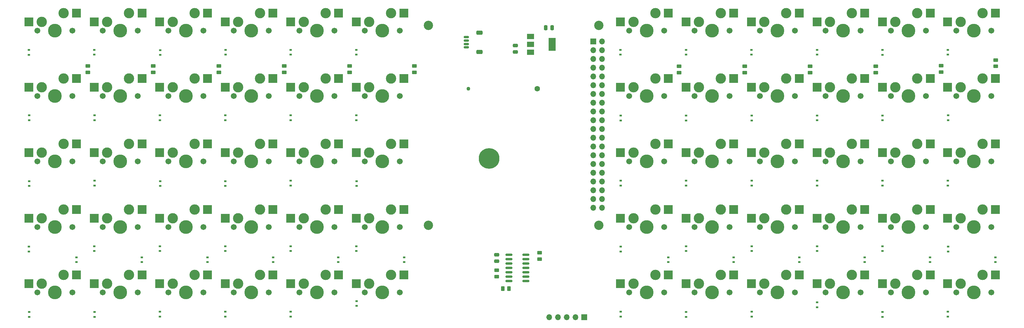
<source format=gbr>
%TF.GenerationSoftware,KiCad,Pcbnew,(6.0.10)*%
%TF.CreationDate,2023-07-28T11:59:27-04:00*%
%TF.ProjectId,storyboard,73746f72-7962-46f6-9172-642e6b696361,rev?*%
%TF.SameCoordinates,Original*%
%TF.FileFunction,Soldermask,Bot*%
%TF.FilePolarity,Negative*%
%FSLAX46Y46*%
G04 Gerber Fmt 4.6, Leading zero omitted, Abs format (unit mm)*
G04 Created by KiCad (PCBNEW (6.0.10)) date 2023-07-28 11:59:27*
%MOMM*%
%LPD*%
G01*
G04 APERTURE LIST*
G04 Aperture macros list*
%AMRoundRect*
0 Rectangle with rounded corners*
0 $1 Rounding radius*
0 $2 $3 $4 $5 $6 $7 $8 $9 X,Y pos of 4 corners*
0 Add a 4 corners polygon primitive as box body*
4,1,4,$2,$3,$4,$5,$6,$7,$8,$9,$2,$3,0*
0 Add four circle primitives for the rounded corners*
1,1,$1+$1,$2,$3*
1,1,$1+$1,$4,$5*
1,1,$1+$1,$6,$7*
1,1,$1+$1,$8,$9*
0 Add four rect primitives between the rounded corners*
20,1,$1+$1,$2,$3,$4,$5,0*
20,1,$1+$1,$4,$5,$6,$7,0*
20,1,$1+$1,$6,$7,$8,$9,0*
20,1,$1+$1,$8,$9,$2,$3,0*%
G04 Aperture macros list end*
%ADD10RoundRect,0.250000X-0.450000X0.262500X-0.450000X-0.262500X0.450000X-0.262500X0.450000X0.262500X0*%
%ADD11R,0.700000X0.600000*%
%ADD12RoundRect,0.250000X0.475000X-0.250000X0.475000X0.250000X-0.475000X0.250000X-0.475000X-0.250000X0*%
%ADD13RoundRect,0.250000X-0.250000X-0.475000X0.250000X-0.475000X0.250000X0.475000X-0.250000X0.475000X0*%
%ADD14RoundRect,0.250000X0.262500X0.450000X-0.262500X0.450000X-0.262500X-0.450000X0.262500X-0.450000X0*%
%ADD15RoundRect,0.150000X0.825000X0.150000X-0.825000X0.150000X-0.825000X-0.150000X0.825000X-0.150000X0*%
%ADD16RoundRect,0.150000X-0.625000X0.150000X-0.625000X-0.150000X0.625000X-0.150000X0.625000X0.150000X0*%
%ADD17RoundRect,0.250000X-0.650000X0.350000X-0.650000X-0.350000X0.650000X-0.350000X0.650000X0.350000X0*%
%ADD18R,2.000000X1.500000*%
%ADD19R,2.000000X3.800000*%
%ADD20C,1.701800*%
%ADD21C,3.000000*%
%ADD22C,3.987800*%
%ADD23R,2.550000X2.500000*%
%ADD24C,2.700000*%
%ADD25R,1.700000X1.700000*%
%ADD26O,1.700000X1.700000*%
%ADD27C,1.597660*%
%ADD28C,6.000000*%
%ADD29C,1.099820*%
G04 APERTURE END LIST*
D10*
%TO.C,R2*%
X80200000Y-62087500D03*
X80200000Y-63912500D03*
%TD*%
D11*
%TO.C,D19*%
X134000000Y-119000000D03*
X134000000Y-117600000D03*
%TD*%
D10*
%TO.C,R4*%
X118200000Y-62087500D03*
X118200000Y-63912500D03*
%TD*%
%TO.C,R3*%
X99200000Y-62087500D03*
X99200000Y-63912500D03*
%TD*%
D11*
%TO.C,D48*%
X253800000Y-134900000D03*
X253800000Y-133500000D03*
%TD*%
%TO.C,D14*%
X101200000Y-58900000D03*
X101200000Y-57500000D03*
%TD*%
%TO.C,D53*%
X272800000Y-115800000D03*
X272800000Y-114400000D03*
%TD*%
%TO.C,D43*%
X267600000Y-119000000D03*
X267600000Y-117600000D03*
%TD*%
%TO.C,D37*%
X248600000Y-119000000D03*
X248600000Y-117600000D03*
%TD*%
%TO.C,D64*%
X310800000Y-96800000D03*
X310800000Y-95400000D03*
%TD*%
%TO.C,D52*%
X272800000Y-96800000D03*
X272800000Y-95400000D03*
%TD*%
%TO.C,D71*%
X329800000Y-115900000D03*
X329800000Y-114500000D03*
%TD*%
%TO.C,D55*%
X305600000Y-119000000D03*
X305600000Y-117600000D03*
%TD*%
%TO.C,D27*%
X139100000Y-77800000D03*
X139100000Y-76400000D03*
%TD*%
D10*
%TO.C,R9*%
X270800000Y-62187500D03*
X270800000Y-64012500D03*
%TD*%
D11*
%TO.C,D51*%
X272800000Y-77900000D03*
X272800000Y-76500000D03*
%TD*%
%TO.C,D26*%
X139100000Y-58800000D03*
X139100000Y-57400000D03*
%TD*%
D10*
%TO.C,R10*%
X289800000Y-62187500D03*
X289800000Y-64012500D03*
%TD*%
%TO.C,R7*%
X175000000Y-62087500D03*
X175000000Y-63912500D03*
%TD*%
%TO.C,R5*%
X137200000Y-62087500D03*
X137200000Y-63912500D03*
%TD*%
D11*
%TO.C,D5*%
X63100000Y-115900000D03*
X63100000Y-114500000D03*
%TD*%
%TO.C,D60*%
X291800000Y-132100000D03*
X291800000Y-130700000D03*
%TD*%
%TO.C,D1*%
X76900000Y-119000000D03*
X76900000Y-117600000D03*
%TD*%
D12*
%TO.C,C1*%
X198875000Y-118740000D03*
X198875000Y-116840000D03*
%TD*%
D11*
%TO.C,D25*%
X152900000Y-119000000D03*
X152900000Y-117600000D03*
%TD*%
%TO.C,D30*%
X139100000Y-134800000D03*
X139100000Y-133400000D03*
%TD*%
D10*
%TO.C,R17*%
X211300000Y-116277500D03*
X211300000Y-118102500D03*
%TD*%
D11*
%TO.C,D2*%
X63100000Y-58850000D03*
X63100000Y-57450000D03*
%TD*%
%TO.C,D23*%
X120100000Y-134800000D03*
X120100000Y-133400000D03*
%TD*%
D13*
%TO.C,C5*%
X213050000Y-51000000D03*
X214950000Y-51000000D03*
%TD*%
D10*
%TO.C,R13*%
X343600000Y-60387500D03*
X343600000Y-62212500D03*
%TD*%
%TO.C,R8*%
X251800000Y-62187500D03*
X251800000Y-64012500D03*
%TD*%
D11*
%TO.C,D16*%
X101200000Y-96900000D03*
X101200000Y-95500000D03*
%TD*%
%TO.C,D18*%
X101100000Y-134800000D03*
X101100000Y-133400000D03*
%TD*%
%TO.C,D3*%
X63200000Y-77800000D03*
X63200000Y-76400000D03*
%TD*%
D14*
%TO.C,R19*%
X202412500Y-126690000D03*
X200587500Y-126690000D03*
%TD*%
D12*
%TO.C,C4*%
X204300000Y-58050000D03*
X204300000Y-56150000D03*
%TD*%
D11*
%TO.C,D67*%
X343500000Y-119000000D03*
X343500000Y-117600000D03*
%TD*%
%TO.C,D31*%
X172000000Y-119000000D03*
X172000000Y-117600000D03*
%TD*%
%TO.C,D10*%
X82200000Y-96800000D03*
X82200000Y-95400000D03*
%TD*%
%TO.C,D6*%
X63200000Y-134900000D03*
X63200000Y-133500000D03*
%TD*%
D10*
%TO.C,R1*%
X198800000Y-121377500D03*
X198800000Y-123202500D03*
%TD*%
D11*
%TO.C,D65*%
X310800000Y-115800000D03*
X310800000Y-114400000D03*
%TD*%
%TO.C,D70*%
X329700000Y-96800000D03*
X329700000Y-95400000D03*
%TD*%
%TO.C,D69*%
X329800000Y-77800000D03*
X329800000Y-76400000D03*
%TD*%
%TO.C,D44*%
X253800000Y-58800000D03*
X253800000Y-57400000D03*
%TD*%
%TO.C,D41*%
X234800000Y-115900000D03*
X234800000Y-114500000D03*
%TD*%
%TO.C,D72*%
X329700000Y-134800000D03*
X329700000Y-133400000D03*
%TD*%
%TO.C,D68*%
X329700000Y-58800000D03*
X329700000Y-57400000D03*
%TD*%
%TO.C,D13*%
X114900000Y-119000000D03*
X114900000Y-117600000D03*
%TD*%
%TO.C,D66*%
X310800000Y-134900000D03*
X310800000Y-133500000D03*
%TD*%
%TO.C,D22*%
X120100000Y-115800000D03*
X120100000Y-114400000D03*
%TD*%
%TO.C,D58*%
X291800000Y-96800000D03*
X291800000Y-95400000D03*
%TD*%
%TO.C,D50*%
X272750000Y-58800000D03*
X272750000Y-57400000D03*
%TD*%
%TO.C,D61*%
X324600000Y-119000000D03*
X324600000Y-117600000D03*
%TD*%
%TO.C,D54*%
X272800000Y-134800000D03*
X272800000Y-133400000D03*
%TD*%
%TO.C,D28*%
X139100000Y-96800000D03*
X139100000Y-95400000D03*
%TD*%
%TO.C,D47*%
X253800000Y-115800000D03*
X253800000Y-114400000D03*
%TD*%
%TO.C,D45*%
X253800000Y-77900000D03*
X253800000Y-76500000D03*
%TD*%
%TO.C,D4*%
X63200000Y-96900000D03*
X63200000Y-95500000D03*
%TD*%
%TO.C,D46*%
X253800000Y-96800000D03*
X253800000Y-95400000D03*
%TD*%
D15*
%TO.C,U1*%
X207350000Y-116850000D03*
X207350000Y-118120000D03*
X207350000Y-119390000D03*
X207350000Y-120660000D03*
X207350000Y-121930000D03*
X207350000Y-123200000D03*
X207350000Y-124470000D03*
X202400000Y-124470000D03*
X202400000Y-123200000D03*
X202400000Y-121930000D03*
X202400000Y-120660000D03*
X202400000Y-119390000D03*
X202400000Y-118120000D03*
X202400000Y-116850000D03*
%TD*%
D11*
%TO.C,D38*%
X234750000Y-58800000D03*
X234750000Y-57400000D03*
%TD*%
%TO.C,D42*%
X234800000Y-134800000D03*
X234800000Y-133400000D03*
%TD*%
%TO.C,D20*%
X120200000Y-58800000D03*
X120200000Y-57400000D03*
%TD*%
%TO.C,D12*%
X82200000Y-134900000D03*
X82200000Y-133500000D03*
%TD*%
%TO.C,D32*%
X158100000Y-58800000D03*
X158100000Y-57400000D03*
%TD*%
%TO.C,D24*%
X120100000Y-77800000D03*
X120100000Y-76400000D03*
%TD*%
%TO.C,D59*%
X291800000Y-115800000D03*
X291800000Y-114400000D03*
%TD*%
%TO.C,D63*%
X310800000Y-77850000D03*
X310800000Y-76450000D03*
%TD*%
D10*
%TO.C,R12*%
X327800000Y-62000000D03*
X327800000Y-63825000D03*
%TD*%
D11*
%TO.C,D40*%
X234800000Y-96800000D03*
X234800000Y-95400000D03*
%TD*%
%TO.C,D49*%
X286600000Y-119000000D03*
X286600000Y-117600000D03*
%TD*%
%TO.C,D39*%
X234800000Y-77900000D03*
X234800000Y-76500000D03*
%TD*%
D16*
%TO.C,J2*%
X190000000Y-53700000D03*
X190000000Y-54700000D03*
X190000000Y-55700000D03*
X190000000Y-56700000D03*
D17*
X193875000Y-58000000D03*
X193875000Y-52400000D03*
%TD*%
D11*
%TO.C,D29*%
X139100000Y-115800000D03*
X139100000Y-114400000D03*
%TD*%
%TO.C,D17*%
X101100000Y-115800000D03*
X101100000Y-114400000D03*
%TD*%
%TO.C,D11*%
X82100000Y-115800000D03*
X82100000Y-114400000D03*
%TD*%
%TO.C,D15*%
X101100000Y-77800000D03*
X101100000Y-76400000D03*
%TD*%
%TO.C,D36*%
X158200000Y-131700000D03*
X158200000Y-130300000D03*
%TD*%
%TO.C,D62*%
X310800000Y-58850000D03*
X310800000Y-57450000D03*
%TD*%
%TO.C,D34*%
X158200000Y-96900000D03*
X158200000Y-95500000D03*
%TD*%
%TO.C,D7*%
X95900000Y-119000000D03*
X95900000Y-117600000D03*
%TD*%
%TO.C,D57*%
X291800000Y-77875000D03*
X291800000Y-76475000D03*
%TD*%
%TO.C,D33*%
X158100000Y-77800000D03*
X158100000Y-76400000D03*
%TD*%
%TO.C,D9*%
X82200000Y-77800000D03*
X82200000Y-76400000D03*
%TD*%
%TO.C,D21*%
X120100000Y-96900000D03*
X120100000Y-95500000D03*
%TD*%
%TO.C,D56*%
X291800000Y-58800000D03*
X291800000Y-57400000D03*
%TD*%
%TO.C,D35*%
X158100000Y-115800000D03*
X158100000Y-114400000D03*
%TD*%
D10*
%TO.C,R6*%
X156200000Y-62087500D03*
X156200000Y-63912500D03*
%TD*%
D11*
%TO.C,D8*%
X82100000Y-58800000D03*
X82100000Y-57400000D03*
%TD*%
D10*
%TO.C,R11*%
X308800000Y-62187500D03*
X308800000Y-64012500D03*
%TD*%
D18*
%TO.C,U4*%
X208650000Y-58100000D03*
D19*
X214950000Y-55800000D03*
D18*
X208650000Y-55800000D03*
X208650000Y-53500000D03*
%TD*%
D20*
%TO.C,SW2*%
X75730000Y-70800000D03*
D21*
X66840000Y-68260000D03*
D20*
X65570000Y-70800000D03*
D22*
X70650000Y-70800000D03*
D21*
X73190000Y-65720000D03*
D23*
X76940000Y-65720000D03*
X63090000Y-68260000D03*
%TD*%
D20*
%TO.C,SW22*%
X151730000Y-70800000D03*
D21*
X142840000Y-68260000D03*
D20*
X141570000Y-70800000D03*
D22*
X146650000Y-70800000D03*
D21*
X149190000Y-65720000D03*
D23*
X152940000Y-65720000D03*
X139090000Y-68260000D03*
%TD*%
D20*
%TO.C,SW1*%
X75730000Y-51800000D03*
D21*
X66840000Y-49260000D03*
D20*
X65570000Y-51800000D03*
D22*
X70650000Y-51800000D03*
D21*
X73190000Y-46720000D03*
D23*
X76940000Y-46720000D03*
X63090000Y-49260000D03*
%TD*%
D20*
%TO.C,SW31*%
X247410000Y-51800000D03*
D21*
X238520000Y-49260000D03*
D20*
X237250000Y-51800000D03*
D22*
X242330000Y-51800000D03*
D21*
X244870000Y-46720000D03*
D23*
X248620000Y-46720000D03*
X234770000Y-49260000D03*
%TD*%
D24*
%TO.C,J4*%
X228500000Y-50300000D03*
X179000000Y-108300000D03*
X228500000Y-108300000D03*
X179000000Y-50300000D03*
D25*
X226868000Y-54988000D03*
D26*
X229408000Y-54988000D03*
X226868000Y-57528000D03*
X229408000Y-57528000D03*
X226868000Y-60068000D03*
X229408000Y-60068000D03*
X226868000Y-62608000D03*
X229408000Y-62608000D03*
X226868000Y-65148000D03*
X229408000Y-65148000D03*
X226868000Y-67688000D03*
X229408000Y-67688000D03*
X226868000Y-70228000D03*
X229408000Y-70228000D03*
X226868000Y-72768000D03*
X229408000Y-72768000D03*
X226868000Y-75308000D03*
X229408000Y-75308000D03*
X226868000Y-77848000D03*
X229408000Y-77848000D03*
X226868000Y-80388000D03*
X229408000Y-80388000D03*
X226868000Y-82928000D03*
X229408000Y-82928000D03*
X226868000Y-85468000D03*
X229408000Y-85468000D03*
X226868000Y-88008000D03*
X229408000Y-88008000D03*
X226868000Y-90548000D03*
X229408000Y-90548000D03*
X226868000Y-93088000D03*
X229408000Y-93088000D03*
X226868000Y-95628000D03*
X229408000Y-95628000D03*
X226868000Y-98168000D03*
X229408000Y-98168000D03*
X226868000Y-100708000D03*
X229408000Y-100708000D03*
X226868000Y-103248000D03*
X229408000Y-103248000D03*
%TD*%
D27*
%TO.C,J3*%
X210599980Y-68654805D03*
D28*
X196602040Y-88903685D03*
D29*
X190600020Y-68654805D03*
%TD*%
D20*
%TO.C,SW30*%
X170730000Y-127800000D03*
D21*
X161840000Y-125260000D03*
D20*
X160570000Y-127800000D03*
D22*
X165650000Y-127800000D03*
D21*
X168190000Y-122720000D03*
D23*
X171940000Y-122720000D03*
X158090000Y-125260000D03*
%TD*%
D20*
%TO.C,SW60*%
X342330000Y-127800000D03*
D21*
X333440000Y-125260000D03*
D20*
X332170000Y-127800000D03*
D22*
X337250000Y-127800000D03*
D21*
X339790000Y-122720000D03*
D23*
X343540000Y-122720000D03*
X329690000Y-125260000D03*
%TD*%
D20*
%TO.C,SW24*%
X151730000Y-108800000D03*
D21*
X142840000Y-106260000D03*
D20*
X141570000Y-108800000D03*
D22*
X146650000Y-108800000D03*
D21*
X149190000Y-103720000D03*
D23*
X152940000Y-103720000D03*
X139090000Y-106260000D03*
%TD*%
D20*
%TO.C,SW27*%
X170730000Y-70800000D03*
D21*
X161840000Y-68260000D03*
D20*
X160570000Y-70800000D03*
D22*
X165650000Y-70800000D03*
D21*
X168190000Y-65720000D03*
D23*
X171940000Y-65720000D03*
X158090000Y-68260000D03*
%TD*%
D20*
%TO.C,SW42*%
X285410000Y-70800000D03*
D21*
X276520000Y-68260000D03*
D20*
X275250000Y-70800000D03*
D22*
X280330000Y-70800000D03*
D21*
X282870000Y-65720000D03*
D23*
X286620000Y-65720000D03*
X272770000Y-68260000D03*
%TD*%
D20*
%TO.C,SW10*%
X94730000Y-127800000D03*
D21*
X85840000Y-125260000D03*
D20*
X84570000Y-127800000D03*
D22*
X89650000Y-127800000D03*
D21*
X92190000Y-122720000D03*
D23*
X95940000Y-122720000D03*
X82090000Y-125260000D03*
%TD*%
D20*
%TO.C,SW57*%
X342330000Y-70800000D03*
D21*
X333440000Y-68260000D03*
D20*
X332170000Y-70800000D03*
D22*
X337250000Y-70800000D03*
D21*
X339790000Y-65720000D03*
D23*
X343540000Y-65720000D03*
X329690000Y-68260000D03*
%TD*%
D20*
%TO.C,SW29*%
X170730000Y-108800000D03*
D21*
X161840000Y-106260000D03*
D20*
X160570000Y-108800000D03*
D22*
X165650000Y-108800000D03*
D21*
X168190000Y-103720000D03*
D23*
X171940000Y-103720000D03*
X158090000Y-106260000D03*
%TD*%
D20*
%TO.C,SW7*%
X94730000Y-70800000D03*
D21*
X85840000Y-68260000D03*
D20*
X84570000Y-70800000D03*
D22*
X89650000Y-70800000D03*
D21*
X92190000Y-65720000D03*
D23*
X95940000Y-65720000D03*
X82090000Y-68260000D03*
%TD*%
D20*
%TO.C,SW20*%
X132730000Y-127800000D03*
D21*
X123840000Y-125260000D03*
D20*
X122570000Y-127800000D03*
D22*
X127650000Y-127800000D03*
D21*
X130190000Y-122720000D03*
D23*
X133940000Y-122720000D03*
X120090000Y-125260000D03*
%TD*%
D20*
%TO.C,SW49*%
X304410000Y-108800000D03*
D21*
X295520000Y-106260000D03*
D20*
X294250000Y-108800000D03*
D22*
X299330000Y-108800000D03*
D21*
X301870000Y-103720000D03*
D23*
X305620000Y-103720000D03*
X291770000Y-106260000D03*
%TD*%
D20*
%TO.C,SW39*%
X266410000Y-108800000D03*
D21*
X257520000Y-106260000D03*
D20*
X256250000Y-108800000D03*
D22*
X261330000Y-108800000D03*
D21*
X263870000Y-103720000D03*
D23*
X267620000Y-103720000D03*
X253770000Y-106260000D03*
%TD*%
D20*
%TO.C,SW5*%
X75730000Y-127800000D03*
D21*
X66840000Y-125260000D03*
D20*
X65570000Y-127800000D03*
D22*
X70650000Y-127800000D03*
D21*
X73190000Y-122720000D03*
D23*
X76940000Y-122720000D03*
X63090000Y-125260000D03*
%TD*%
D20*
%TO.C,SW32*%
X247410000Y-70800000D03*
D21*
X238520000Y-68260000D03*
D20*
X237250000Y-70800000D03*
D22*
X242330000Y-70800000D03*
D21*
X244870000Y-65720000D03*
D23*
X248620000Y-65720000D03*
X234770000Y-68260000D03*
%TD*%
D25*
%TO.C,J1*%
X224275000Y-135000000D03*
D26*
X221735000Y-135000000D03*
X219195000Y-135000000D03*
X216655000Y-135000000D03*
X214115000Y-135000000D03*
%TD*%
D20*
%TO.C,SW48*%
X304410000Y-89800000D03*
D21*
X295520000Y-87260000D03*
D20*
X294250000Y-89800000D03*
D22*
X299330000Y-89800000D03*
D21*
X301870000Y-84720000D03*
D23*
X305620000Y-84720000D03*
X291770000Y-87260000D03*
%TD*%
D20*
%TO.C,SW21*%
X151730000Y-51800000D03*
D21*
X142840000Y-49260000D03*
D20*
X141570000Y-51800000D03*
D22*
X146650000Y-51800000D03*
D21*
X149190000Y-46720000D03*
D23*
X152940000Y-46720000D03*
X139090000Y-49260000D03*
%TD*%
D20*
%TO.C,SW6*%
X94730000Y-51800000D03*
D21*
X85840000Y-49260000D03*
D20*
X84570000Y-51800000D03*
D22*
X89650000Y-51800000D03*
D21*
X92190000Y-46720000D03*
D23*
X95940000Y-46720000D03*
X82090000Y-49260000D03*
%TD*%
D20*
%TO.C,SW12*%
X113730000Y-70800000D03*
D21*
X104840000Y-68260000D03*
D20*
X103570000Y-70800000D03*
D22*
X108650000Y-70800000D03*
D21*
X111190000Y-65720000D03*
D23*
X114940000Y-65720000D03*
X101090000Y-68260000D03*
%TD*%
D20*
%TO.C,SW55*%
X323410000Y-127800000D03*
D21*
X314520000Y-125260000D03*
D20*
X313250000Y-127800000D03*
D22*
X318330000Y-127800000D03*
D21*
X320870000Y-122720000D03*
D23*
X324620000Y-122720000D03*
X310770000Y-125260000D03*
%TD*%
D20*
%TO.C,SW43*%
X285410000Y-89800000D03*
D21*
X276520000Y-87260000D03*
D20*
X275250000Y-89800000D03*
D22*
X280330000Y-89800000D03*
D21*
X282870000Y-84720000D03*
D23*
X286620000Y-84720000D03*
X272770000Y-87260000D03*
%TD*%
D20*
%TO.C,SW40*%
X266410000Y-127800000D03*
D21*
X257520000Y-125260000D03*
D20*
X256250000Y-127800000D03*
D22*
X261330000Y-127800000D03*
D21*
X263870000Y-122720000D03*
D23*
X267620000Y-122720000D03*
X253770000Y-125260000D03*
%TD*%
D20*
%TO.C,SW58*%
X342330000Y-89800000D03*
D21*
X333440000Y-87260000D03*
D20*
X332170000Y-89800000D03*
D22*
X337250000Y-89800000D03*
D21*
X339790000Y-84720000D03*
D23*
X343540000Y-84720000D03*
X329690000Y-87260000D03*
%TD*%
D20*
%TO.C,SW3*%
X75730000Y-89800000D03*
D21*
X66840000Y-87260000D03*
D20*
X65570000Y-89800000D03*
D22*
X70650000Y-89800000D03*
D21*
X73190000Y-84720000D03*
D23*
X76940000Y-84720000D03*
X63090000Y-87260000D03*
%TD*%
D20*
%TO.C,SW52*%
X323410000Y-70800000D03*
D21*
X314520000Y-68260000D03*
D20*
X313250000Y-70800000D03*
D22*
X318330000Y-70800000D03*
D21*
X320870000Y-65720000D03*
D23*
X324620000Y-65720000D03*
X310770000Y-68260000D03*
%TD*%
D20*
%TO.C,SW14*%
X113730000Y-108800000D03*
D21*
X104840000Y-106260000D03*
D20*
X103570000Y-108800000D03*
D22*
X108650000Y-108800000D03*
D21*
X111190000Y-103720000D03*
D23*
X114940000Y-103720000D03*
X101090000Y-106260000D03*
%TD*%
D20*
%TO.C,SW33*%
X247410000Y-89800000D03*
D21*
X238520000Y-87260000D03*
D20*
X237250000Y-89800000D03*
D22*
X242330000Y-89800000D03*
D21*
X244870000Y-84720000D03*
D23*
X248620000Y-84720000D03*
X234770000Y-87260000D03*
%TD*%
D20*
%TO.C,SW46*%
X304410000Y-51800000D03*
D21*
X295520000Y-49260000D03*
D20*
X294250000Y-51800000D03*
D22*
X299330000Y-51800000D03*
D21*
X301870000Y-46720000D03*
D23*
X305620000Y-46720000D03*
X291770000Y-49260000D03*
%TD*%
D20*
%TO.C,SW4*%
X75730000Y-108800000D03*
D21*
X66840000Y-106260000D03*
D20*
X65570000Y-108800000D03*
D22*
X70650000Y-108800000D03*
D21*
X73190000Y-103720000D03*
D23*
X76940000Y-103720000D03*
X63090000Y-106260000D03*
%TD*%
D20*
%TO.C,SW18*%
X132730000Y-89800000D03*
D21*
X123840000Y-87260000D03*
D20*
X122570000Y-89800000D03*
D22*
X127650000Y-89800000D03*
D21*
X130190000Y-84720000D03*
D23*
X133940000Y-84720000D03*
X120090000Y-87260000D03*
%TD*%
D20*
%TO.C,SW37*%
X266410000Y-70800000D03*
D21*
X257520000Y-68260000D03*
D20*
X256250000Y-70800000D03*
D22*
X261330000Y-70800000D03*
D21*
X263870000Y-65720000D03*
D23*
X267620000Y-65720000D03*
X253770000Y-68260000D03*
%TD*%
D20*
%TO.C,SW53*%
X323410000Y-89800000D03*
D21*
X314520000Y-87260000D03*
D20*
X313250000Y-89800000D03*
D22*
X318330000Y-89800000D03*
D21*
X320870000Y-84720000D03*
D23*
X324620000Y-84720000D03*
X310770000Y-87260000D03*
%TD*%
D20*
%TO.C,SW54*%
X323410000Y-108800000D03*
D21*
X314520000Y-106260000D03*
D20*
X313250000Y-108800000D03*
D22*
X318330000Y-108800000D03*
D21*
X320870000Y-103720000D03*
D23*
X324620000Y-103720000D03*
X310770000Y-106260000D03*
%TD*%
D20*
%TO.C,SW50*%
X304410000Y-127800000D03*
D21*
X295520000Y-125260000D03*
D20*
X294250000Y-127800000D03*
D22*
X299330000Y-127800000D03*
D21*
X301870000Y-122720000D03*
D23*
X305620000Y-122720000D03*
X291770000Y-125260000D03*
%TD*%
D20*
%TO.C,SW25*%
X151730000Y-127800000D03*
D21*
X142840000Y-125260000D03*
D20*
X141570000Y-127800000D03*
D22*
X146650000Y-127800000D03*
D21*
X149190000Y-122720000D03*
D23*
X152940000Y-122720000D03*
X139090000Y-125260000D03*
%TD*%
D20*
%TO.C,SW36*%
X266410000Y-51800000D03*
D21*
X257520000Y-49260000D03*
D20*
X256250000Y-51800000D03*
D22*
X261330000Y-51800000D03*
D21*
X263870000Y-46720000D03*
D23*
X267620000Y-46720000D03*
X253770000Y-49260000D03*
%TD*%
D20*
%TO.C,SW26*%
X170730000Y-51800000D03*
D21*
X161840000Y-49260000D03*
D20*
X160570000Y-51800000D03*
D22*
X165650000Y-51800000D03*
D21*
X168190000Y-46720000D03*
D23*
X171940000Y-46720000D03*
X158090000Y-49260000D03*
%TD*%
D20*
%TO.C,SW34*%
X247410000Y-108800000D03*
D21*
X238520000Y-106260000D03*
D20*
X237250000Y-108800000D03*
D22*
X242330000Y-108800000D03*
D21*
X244870000Y-103720000D03*
D23*
X248620000Y-103720000D03*
X234770000Y-106260000D03*
%TD*%
D20*
%TO.C,SW59*%
X342330000Y-108800000D03*
D21*
X333440000Y-106260000D03*
D20*
X332170000Y-108800000D03*
D22*
X337250000Y-108800000D03*
D21*
X339790000Y-103720000D03*
D23*
X343540000Y-103720000D03*
X329690000Y-106260000D03*
%TD*%
D20*
%TO.C,SW8*%
X94730000Y-89800000D03*
D21*
X85840000Y-87260000D03*
D20*
X84570000Y-89800000D03*
D22*
X89650000Y-89800000D03*
D21*
X92190000Y-84720000D03*
D23*
X95940000Y-84720000D03*
X82090000Y-87260000D03*
%TD*%
D20*
%TO.C,SW56*%
X342330000Y-51800000D03*
D21*
X333440000Y-49260000D03*
D20*
X332170000Y-51800000D03*
D22*
X337250000Y-51800000D03*
D21*
X339790000Y-46720000D03*
D23*
X343540000Y-46720000D03*
X329690000Y-49260000D03*
%TD*%
D20*
%TO.C,SW45*%
X285410000Y-127800000D03*
D21*
X276520000Y-125260000D03*
D20*
X275250000Y-127800000D03*
D22*
X280330000Y-127800000D03*
D21*
X282870000Y-122720000D03*
D23*
X286620000Y-122720000D03*
X272770000Y-125260000D03*
%TD*%
D20*
%TO.C,SW44*%
X285410000Y-108800000D03*
D21*
X276520000Y-106260000D03*
D20*
X275250000Y-108800000D03*
D22*
X280330000Y-108800000D03*
D21*
X282870000Y-103720000D03*
D23*
X286620000Y-103720000D03*
X272770000Y-106260000D03*
%TD*%
D20*
%TO.C,SW13*%
X113730000Y-89800000D03*
D21*
X104840000Y-87260000D03*
D20*
X103570000Y-89800000D03*
D22*
X108650000Y-89800000D03*
D21*
X111190000Y-84720000D03*
D23*
X114940000Y-84720000D03*
X101090000Y-87260000D03*
%TD*%
D20*
%TO.C,SW41*%
X285410000Y-51800000D03*
D21*
X276520000Y-49260000D03*
D20*
X275250000Y-51800000D03*
D22*
X280330000Y-51800000D03*
D21*
X282870000Y-46720000D03*
D23*
X286620000Y-46720000D03*
X272770000Y-49260000D03*
%TD*%
D20*
%TO.C,SW23*%
X151730000Y-89800000D03*
D21*
X142840000Y-87260000D03*
D20*
X141570000Y-89800000D03*
D22*
X146650000Y-89800000D03*
D21*
X149190000Y-84720000D03*
D23*
X152940000Y-84720000D03*
X139090000Y-87260000D03*
%TD*%
D20*
%TO.C,SW17*%
X132730000Y-70800000D03*
D21*
X123840000Y-68260000D03*
D20*
X122570000Y-70800000D03*
D22*
X127650000Y-70800000D03*
D21*
X130190000Y-65720000D03*
D23*
X133940000Y-65720000D03*
X120090000Y-68260000D03*
%TD*%
D20*
%TO.C,SW47*%
X304410000Y-70800000D03*
D21*
X295520000Y-68260000D03*
D20*
X294250000Y-70800000D03*
D22*
X299330000Y-70800000D03*
D21*
X301870000Y-65720000D03*
D23*
X305620000Y-65720000D03*
X291770000Y-68260000D03*
%TD*%
D20*
%TO.C,SW15*%
X113730000Y-127800000D03*
D21*
X104840000Y-125260000D03*
D20*
X103570000Y-127800000D03*
D22*
X108650000Y-127800000D03*
D21*
X111190000Y-122720000D03*
D23*
X114940000Y-122720000D03*
X101090000Y-125260000D03*
%TD*%
D20*
%TO.C,SW11*%
X113730000Y-51800000D03*
D21*
X104840000Y-49260000D03*
D20*
X103570000Y-51800000D03*
D22*
X108650000Y-51800000D03*
D21*
X111190000Y-46720000D03*
D23*
X114940000Y-46720000D03*
X101090000Y-49260000D03*
%TD*%
D20*
%TO.C,SW38*%
X266410000Y-89800000D03*
D21*
X257520000Y-87260000D03*
D20*
X256250000Y-89800000D03*
D22*
X261330000Y-89800000D03*
D21*
X263870000Y-84720000D03*
D23*
X267620000Y-84720000D03*
X253770000Y-87260000D03*
%TD*%
D20*
%TO.C,SW19*%
X132730000Y-108800000D03*
D21*
X123840000Y-106260000D03*
D20*
X122570000Y-108800000D03*
D22*
X127650000Y-108800000D03*
D21*
X130190000Y-103720000D03*
D23*
X133940000Y-103720000D03*
X120090000Y-106260000D03*
%TD*%
D20*
%TO.C,SW28*%
X170730000Y-89800000D03*
D21*
X161840000Y-87260000D03*
D20*
X160570000Y-89800000D03*
D22*
X165650000Y-89800000D03*
D21*
X168190000Y-84720000D03*
D23*
X171940000Y-84720000D03*
X158090000Y-87260000D03*
%TD*%
D20*
%TO.C,SW35*%
X247410000Y-127800000D03*
D21*
X238520000Y-125260000D03*
D20*
X237250000Y-127800000D03*
D22*
X242330000Y-127800000D03*
D21*
X244870000Y-122720000D03*
D23*
X248620000Y-122720000D03*
X234770000Y-125260000D03*
%TD*%
D20*
%TO.C,SW9*%
X94730000Y-108800000D03*
D21*
X85840000Y-106260000D03*
D20*
X84570000Y-108800000D03*
D22*
X89650000Y-108800000D03*
D21*
X92190000Y-103720000D03*
D23*
X95940000Y-103720000D03*
X82090000Y-106260000D03*
%TD*%
D20*
%TO.C,SW16*%
X132730000Y-51800000D03*
D21*
X123840000Y-49260000D03*
D20*
X122570000Y-51800000D03*
D22*
X127650000Y-51800000D03*
D21*
X130190000Y-46720000D03*
D23*
X133940000Y-46720000D03*
X120090000Y-49260000D03*
%TD*%
D20*
%TO.C,SW51*%
X323410000Y-51800000D03*
D21*
X314520000Y-49260000D03*
D20*
X313250000Y-51800000D03*
D22*
X318330000Y-51800000D03*
D21*
X320870000Y-46720000D03*
D23*
X324620000Y-46720000D03*
X310770000Y-49260000D03*
%TD*%
M02*

</source>
